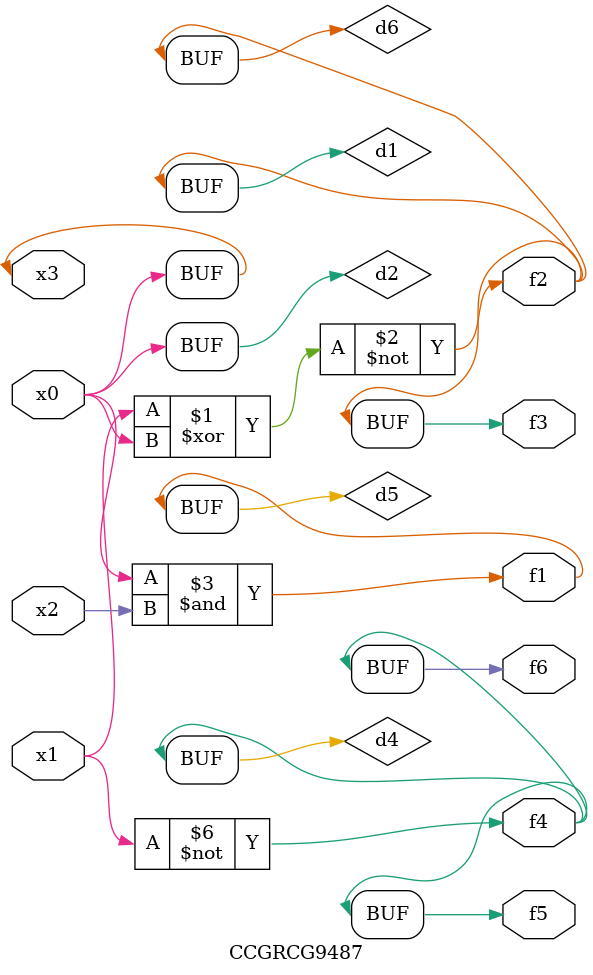
<source format=v>
module CCGRCG9487(
	input x0, x1, x2, x3,
	output f1, f2, f3, f4, f5, f6
);

	wire d1, d2, d3, d4, d5, d6;

	xnor (d1, x1, x3);
	buf (d2, x0, x3);
	nand (d3, x0, x2);
	not (d4, x1);
	nand (d5, d3);
	or (d6, d1);
	assign f1 = d5;
	assign f2 = d6;
	assign f3 = d6;
	assign f4 = d4;
	assign f5 = d4;
	assign f6 = d4;
endmodule

</source>
